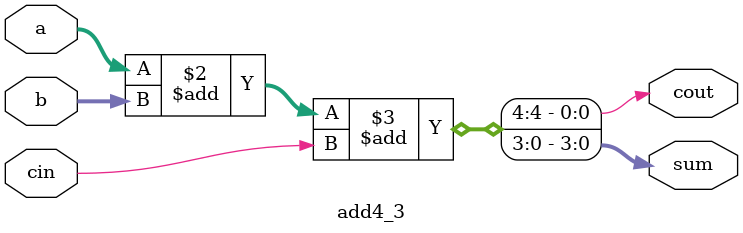
<source format=v>
module add4_3(cout,sum,a,b,cin);
output[3:0] sum;
output cout;
input[3:0] a,b;
input cin;
reg[3:0] sum;
reg cout;

always @(a or b or cin)
begin
{cout,sum}=a+b+cin;
end
endmodule

</source>
